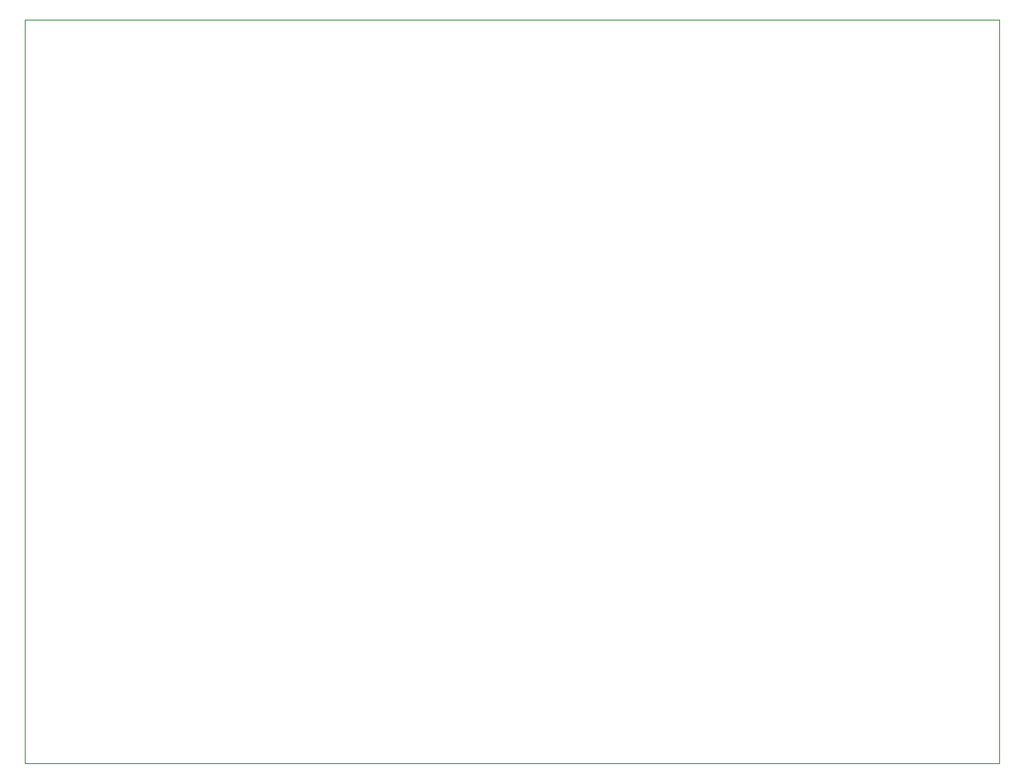
<source format=gm1>
%TF.GenerationSoftware,KiCad,Pcbnew,(6.0.8)*%
%TF.CreationDate,2023-10-18T15:34:39+09:00*%
%TF.ProjectId,AltairMD_V5,416c7461-6972-44d4-945f-56352e6b6963,rev?*%
%TF.SameCoordinates,PX463f660PY93c3260*%
%TF.FileFunction,Profile,NP*%
%FSLAX46Y46*%
G04 Gerber Fmt 4.6, Leading zero omitted, Abs format (unit mm)*
G04 Created by KiCad (PCBNEW (6.0.8)) date 2023-10-18 15:34:39*
%MOMM*%
%LPD*%
G01*
G04 APERTURE LIST*
%TA.AperFunction,Profile*%
%ADD10C,0.100000*%
%TD*%
G04 APERTURE END LIST*
D10*
X0Y73660000D02*
X96520000Y73660000D01*
X96520000Y73660000D02*
X96520000Y0D01*
X96520000Y0D02*
X0Y0D01*
X0Y0D02*
X0Y73660000D01*
M02*

</source>
